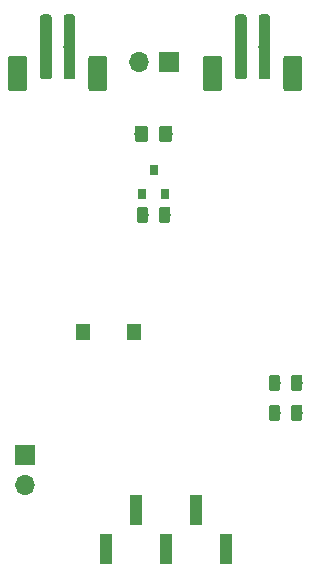
<source format=gbr>
G04 #@! TF.GenerationSoftware,KiCad,Pcbnew,(5.0.1)-4*
G04 #@! TF.CreationDate,2019-11-10T23:47:17+01:00*
G04 #@! TF.ProjectId,rak4260,72616B343236302E6B696361645F7063,0.3*
G04 #@! TF.SameCoordinates,Original*
G04 #@! TF.FileFunction,Paste,Bot*
G04 #@! TF.FilePolarity,Positive*
%FSLAX46Y46*%
G04 Gerber Fmt 4.6, Leading zero omitted, Abs format (unit mm)*
G04 Created by KiCad (PCBNEW (5.0.1)-4) date 10/11/2019 23:47:17*
%MOMM*%
%LPD*%
G01*
G04 APERTURE LIST*
%ADD10C,0.100000*%
%ADD11C,1.000000*%
%ADD12C,1.600000*%
%ADD13R,1.270000X1.470000*%
%ADD14R,0.800000X0.900000*%
%ADD15C,0.975000*%
%ADD16R,1.700000X1.700000*%
%ADD17O,1.700000X1.700000*%
%ADD18C,1.150000*%
%ADD19R,1.000000X2.510000*%
G04 APERTURE END LIST*
D10*
G04 #@! TO.C,J2*
G36*
X122464504Y-43995204D02*
X122488773Y-43998804D01*
X122512571Y-44004765D01*
X122535671Y-44013030D01*
X122557849Y-44023520D01*
X122578893Y-44036133D01*
X122598598Y-44050747D01*
X122616777Y-44067223D01*
X122633253Y-44085402D01*
X122647867Y-44105107D01*
X122660480Y-44126151D01*
X122670970Y-44148329D01*
X122679235Y-44171429D01*
X122685196Y-44195227D01*
X122688796Y-44219496D01*
X122690000Y-44244000D01*
X122690000Y-49244000D01*
X122688796Y-49268504D01*
X122685196Y-49292773D01*
X122679235Y-49316571D01*
X122670970Y-49339671D01*
X122660480Y-49361849D01*
X122647867Y-49382893D01*
X122633253Y-49402598D01*
X122616777Y-49420777D01*
X122598598Y-49437253D01*
X122578893Y-49451867D01*
X122557849Y-49464480D01*
X122535671Y-49474970D01*
X122512571Y-49483235D01*
X122488773Y-49489196D01*
X122464504Y-49492796D01*
X122440000Y-49494000D01*
X121940000Y-49494000D01*
X121915496Y-49492796D01*
X121891227Y-49489196D01*
X121867429Y-49483235D01*
X121844329Y-49474970D01*
X121822151Y-49464480D01*
X121801107Y-49451867D01*
X121781402Y-49437253D01*
X121763223Y-49420777D01*
X121746747Y-49402598D01*
X121732133Y-49382893D01*
X121719520Y-49361849D01*
X121709030Y-49339671D01*
X121700765Y-49316571D01*
X121694804Y-49292773D01*
X121691204Y-49268504D01*
X121690000Y-49244000D01*
X121690000Y-44244000D01*
X121691204Y-44219496D01*
X121694804Y-44195227D01*
X121700765Y-44171429D01*
X121709030Y-44148329D01*
X121719520Y-44126151D01*
X121732133Y-44105107D01*
X121746747Y-44085402D01*
X121763223Y-44067223D01*
X121781402Y-44050747D01*
X121801107Y-44036133D01*
X121822151Y-44023520D01*
X121844329Y-44013030D01*
X121867429Y-44004765D01*
X121891227Y-43998804D01*
X121915496Y-43995204D01*
X121940000Y-43994000D01*
X122440000Y-43994000D01*
X122464504Y-43995204D01*
X122464504Y-43995204D01*
G37*
D11*
X122190000Y-46744000D03*
D10*
G36*
X124464504Y-43995204D02*
X124488773Y-43998804D01*
X124512571Y-44004765D01*
X124535671Y-44013030D01*
X124557849Y-44023520D01*
X124578893Y-44036133D01*
X124598598Y-44050747D01*
X124616777Y-44067223D01*
X124633253Y-44085402D01*
X124647867Y-44105107D01*
X124660480Y-44126151D01*
X124670970Y-44148329D01*
X124679235Y-44171429D01*
X124685196Y-44195227D01*
X124688796Y-44219496D01*
X124690000Y-44244000D01*
X124690000Y-49244000D01*
X124688796Y-49268504D01*
X124685196Y-49292773D01*
X124679235Y-49316571D01*
X124670970Y-49339671D01*
X124660480Y-49361849D01*
X124647867Y-49382893D01*
X124633253Y-49402598D01*
X124616777Y-49420777D01*
X124598598Y-49437253D01*
X124578893Y-49451867D01*
X124557849Y-49464480D01*
X124535671Y-49474970D01*
X124512571Y-49483235D01*
X124488773Y-49489196D01*
X124464504Y-49492796D01*
X124440000Y-49494000D01*
X123940000Y-49494000D01*
X123915496Y-49492796D01*
X123891227Y-49489196D01*
X123867429Y-49483235D01*
X123844329Y-49474970D01*
X123822151Y-49464480D01*
X123801107Y-49451867D01*
X123781402Y-49437253D01*
X123763223Y-49420777D01*
X123746747Y-49402598D01*
X123732133Y-49382893D01*
X123719520Y-49361849D01*
X123709030Y-49339671D01*
X123700765Y-49316571D01*
X123694804Y-49292773D01*
X123691204Y-49268504D01*
X123690000Y-49244000D01*
X123690000Y-44244000D01*
X123691204Y-44219496D01*
X123694804Y-44195227D01*
X123700765Y-44171429D01*
X123709030Y-44148329D01*
X123719520Y-44126151D01*
X123732133Y-44105107D01*
X123746747Y-44085402D01*
X123763223Y-44067223D01*
X123781402Y-44050747D01*
X123801107Y-44036133D01*
X123822151Y-44023520D01*
X123844329Y-44013030D01*
X123867429Y-44004765D01*
X123891227Y-43998804D01*
X123915496Y-43995204D01*
X123940000Y-43994000D01*
X124440000Y-43994000D01*
X124464504Y-43995204D01*
X124464504Y-43995204D01*
G37*
D11*
X124190000Y-46744000D03*
D10*
G36*
X120364504Y-47495204D02*
X120388773Y-47498804D01*
X120412571Y-47504765D01*
X120435671Y-47513030D01*
X120457849Y-47523520D01*
X120478893Y-47536133D01*
X120498598Y-47550747D01*
X120516777Y-47567223D01*
X120533253Y-47585402D01*
X120547867Y-47605107D01*
X120560480Y-47626151D01*
X120570970Y-47648329D01*
X120579235Y-47671429D01*
X120585196Y-47695227D01*
X120588796Y-47719496D01*
X120590000Y-47744000D01*
X120590000Y-50244000D01*
X120588796Y-50268504D01*
X120585196Y-50292773D01*
X120579235Y-50316571D01*
X120570970Y-50339671D01*
X120560480Y-50361849D01*
X120547867Y-50382893D01*
X120533253Y-50402598D01*
X120516777Y-50420777D01*
X120498598Y-50437253D01*
X120478893Y-50451867D01*
X120457849Y-50464480D01*
X120435671Y-50474970D01*
X120412571Y-50483235D01*
X120388773Y-50489196D01*
X120364504Y-50492796D01*
X120340000Y-50494000D01*
X119240000Y-50494000D01*
X119215496Y-50492796D01*
X119191227Y-50489196D01*
X119167429Y-50483235D01*
X119144329Y-50474970D01*
X119122151Y-50464480D01*
X119101107Y-50451867D01*
X119081402Y-50437253D01*
X119063223Y-50420777D01*
X119046747Y-50402598D01*
X119032133Y-50382893D01*
X119019520Y-50361849D01*
X119009030Y-50339671D01*
X119000765Y-50316571D01*
X118994804Y-50292773D01*
X118991204Y-50268504D01*
X118990000Y-50244000D01*
X118990000Y-47744000D01*
X118991204Y-47719496D01*
X118994804Y-47695227D01*
X119000765Y-47671429D01*
X119009030Y-47648329D01*
X119019520Y-47626151D01*
X119032133Y-47605107D01*
X119046747Y-47585402D01*
X119063223Y-47567223D01*
X119081402Y-47550747D01*
X119101107Y-47536133D01*
X119122151Y-47523520D01*
X119144329Y-47513030D01*
X119167429Y-47504765D01*
X119191227Y-47498804D01*
X119215496Y-47495204D01*
X119240000Y-47494000D01*
X120340000Y-47494000D01*
X120364504Y-47495204D01*
X120364504Y-47495204D01*
G37*
D12*
X119790000Y-48994000D03*
D10*
G36*
X127164504Y-47495204D02*
X127188773Y-47498804D01*
X127212571Y-47504765D01*
X127235671Y-47513030D01*
X127257849Y-47523520D01*
X127278893Y-47536133D01*
X127298598Y-47550747D01*
X127316777Y-47567223D01*
X127333253Y-47585402D01*
X127347867Y-47605107D01*
X127360480Y-47626151D01*
X127370970Y-47648329D01*
X127379235Y-47671429D01*
X127385196Y-47695227D01*
X127388796Y-47719496D01*
X127390000Y-47744000D01*
X127390000Y-50244000D01*
X127388796Y-50268504D01*
X127385196Y-50292773D01*
X127379235Y-50316571D01*
X127370970Y-50339671D01*
X127360480Y-50361849D01*
X127347867Y-50382893D01*
X127333253Y-50402598D01*
X127316777Y-50420777D01*
X127298598Y-50437253D01*
X127278893Y-50451867D01*
X127257849Y-50464480D01*
X127235671Y-50474970D01*
X127212571Y-50483235D01*
X127188773Y-50489196D01*
X127164504Y-50492796D01*
X127140000Y-50494000D01*
X126040000Y-50494000D01*
X126015496Y-50492796D01*
X125991227Y-50489196D01*
X125967429Y-50483235D01*
X125944329Y-50474970D01*
X125922151Y-50464480D01*
X125901107Y-50451867D01*
X125881402Y-50437253D01*
X125863223Y-50420777D01*
X125846747Y-50402598D01*
X125832133Y-50382893D01*
X125819520Y-50361849D01*
X125809030Y-50339671D01*
X125800765Y-50316571D01*
X125794804Y-50292773D01*
X125791204Y-50268504D01*
X125790000Y-50244000D01*
X125790000Y-47744000D01*
X125791204Y-47719496D01*
X125794804Y-47695227D01*
X125800765Y-47671429D01*
X125809030Y-47648329D01*
X125819520Y-47626151D01*
X125832133Y-47605107D01*
X125846747Y-47585402D01*
X125863223Y-47567223D01*
X125881402Y-47550747D01*
X125901107Y-47536133D01*
X125922151Y-47523520D01*
X125944329Y-47513030D01*
X125967429Y-47504765D01*
X125991227Y-47498804D01*
X126015496Y-47495204D01*
X126040000Y-47494000D01*
X127140000Y-47494000D01*
X127164504Y-47495204D01*
X127164504Y-47495204D01*
G37*
D12*
X126590000Y-48994000D03*
G04 #@! TD*
D13*
G04 #@! TO.C,D4*
X108848000Y-70866000D03*
X113148000Y-70866000D03*
G04 #@! TD*
D14*
G04 #@! TO.C,Q1*
X115758000Y-59166000D03*
X113858000Y-59166000D03*
X114808000Y-57166000D03*
G04 #@! TD*
D10*
G04 #@! TO.C,R12*
G36*
X114138142Y-60261174D02*
X114161803Y-60264684D01*
X114185007Y-60270496D01*
X114207529Y-60278554D01*
X114229153Y-60288782D01*
X114249670Y-60301079D01*
X114268883Y-60315329D01*
X114286607Y-60331393D01*
X114302671Y-60349117D01*
X114316921Y-60368330D01*
X114329218Y-60388847D01*
X114339446Y-60410471D01*
X114347504Y-60432993D01*
X114353316Y-60456197D01*
X114356826Y-60479858D01*
X114358000Y-60503750D01*
X114358000Y-61416250D01*
X114356826Y-61440142D01*
X114353316Y-61463803D01*
X114347504Y-61487007D01*
X114339446Y-61509529D01*
X114329218Y-61531153D01*
X114316921Y-61551670D01*
X114302671Y-61570883D01*
X114286607Y-61588607D01*
X114268883Y-61604671D01*
X114249670Y-61618921D01*
X114229153Y-61631218D01*
X114207529Y-61641446D01*
X114185007Y-61649504D01*
X114161803Y-61655316D01*
X114138142Y-61658826D01*
X114114250Y-61660000D01*
X113626750Y-61660000D01*
X113602858Y-61658826D01*
X113579197Y-61655316D01*
X113555993Y-61649504D01*
X113533471Y-61641446D01*
X113511847Y-61631218D01*
X113491330Y-61618921D01*
X113472117Y-61604671D01*
X113454393Y-61588607D01*
X113438329Y-61570883D01*
X113424079Y-61551670D01*
X113411782Y-61531153D01*
X113401554Y-61509529D01*
X113393496Y-61487007D01*
X113387684Y-61463803D01*
X113384174Y-61440142D01*
X113383000Y-61416250D01*
X113383000Y-60503750D01*
X113384174Y-60479858D01*
X113387684Y-60456197D01*
X113393496Y-60432993D01*
X113401554Y-60410471D01*
X113411782Y-60388847D01*
X113424079Y-60368330D01*
X113438329Y-60349117D01*
X113454393Y-60331393D01*
X113472117Y-60315329D01*
X113491330Y-60301079D01*
X113511847Y-60288782D01*
X113533471Y-60278554D01*
X113555993Y-60270496D01*
X113579197Y-60264684D01*
X113602858Y-60261174D01*
X113626750Y-60260000D01*
X114114250Y-60260000D01*
X114138142Y-60261174D01*
X114138142Y-60261174D01*
G37*
D15*
X113870500Y-60960000D03*
D10*
G36*
X116013142Y-60261174D02*
X116036803Y-60264684D01*
X116060007Y-60270496D01*
X116082529Y-60278554D01*
X116104153Y-60288782D01*
X116124670Y-60301079D01*
X116143883Y-60315329D01*
X116161607Y-60331393D01*
X116177671Y-60349117D01*
X116191921Y-60368330D01*
X116204218Y-60388847D01*
X116214446Y-60410471D01*
X116222504Y-60432993D01*
X116228316Y-60456197D01*
X116231826Y-60479858D01*
X116233000Y-60503750D01*
X116233000Y-61416250D01*
X116231826Y-61440142D01*
X116228316Y-61463803D01*
X116222504Y-61487007D01*
X116214446Y-61509529D01*
X116204218Y-61531153D01*
X116191921Y-61551670D01*
X116177671Y-61570883D01*
X116161607Y-61588607D01*
X116143883Y-61604671D01*
X116124670Y-61618921D01*
X116104153Y-61631218D01*
X116082529Y-61641446D01*
X116060007Y-61649504D01*
X116036803Y-61655316D01*
X116013142Y-61658826D01*
X115989250Y-61660000D01*
X115501750Y-61660000D01*
X115477858Y-61658826D01*
X115454197Y-61655316D01*
X115430993Y-61649504D01*
X115408471Y-61641446D01*
X115386847Y-61631218D01*
X115366330Y-61618921D01*
X115347117Y-61604671D01*
X115329393Y-61588607D01*
X115313329Y-61570883D01*
X115299079Y-61551670D01*
X115286782Y-61531153D01*
X115276554Y-61509529D01*
X115268496Y-61487007D01*
X115262684Y-61463803D01*
X115259174Y-61440142D01*
X115258000Y-61416250D01*
X115258000Y-60503750D01*
X115259174Y-60479858D01*
X115262684Y-60456197D01*
X115268496Y-60432993D01*
X115276554Y-60410471D01*
X115286782Y-60388847D01*
X115299079Y-60368330D01*
X115313329Y-60349117D01*
X115329393Y-60331393D01*
X115347117Y-60315329D01*
X115366330Y-60301079D01*
X115386847Y-60288782D01*
X115408471Y-60278554D01*
X115430993Y-60270496D01*
X115454197Y-60264684D01*
X115477858Y-60261174D01*
X115501750Y-60260000D01*
X115989250Y-60260000D01*
X116013142Y-60261174D01*
X116013142Y-60261174D01*
G37*
D15*
X115745500Y-60960000D03*
G04 #@! TD*
D10*
G04 #@! TO.C,R13*
G36*
X127189142Y-77025174D02*
X127212803Y-77028684D01*
X127236007Y-77034496D01*
X127258529Y-77042554D01*
X127280153Y-77052782D01*
X127300670Y-77065079D01*
X127319883Y-77079329D01*
X127337607Y-77095393D01*
X127353671Y-77113117D01*
X127367921Y-77132330D01*
X127380218Y-77152847D01*
X127390446Y-77174471D01*
X127398504Y-77196993D01*
X127404316Y-77220197D01*
X127407826Y-77243858D01*
X127409000Y-77267750D01*
X127409000Y-78180250D01*
X127407826Y-78204142D01*
X127404316Y-78227803D01*
X127398504Y-78251007D01*
X127390446Y-78273529D01*
X127380218Y-78295153D01*
X127367921Y-78315670D01*
X127353671Y-78334883D01*
X127337607Y-78352607D01*
X127319883Y-78368671D01*
X127300670Y-78382921D01*
X127280153Y-78395218D01*
X127258529Y-78405446D01*
X127236007Y-78413504D01*
X127212803Y-78419316D01*
X127189142Y-78422826D01*
X127165250Y-78424000D01*
X126677750Y-78424000D01*
X126653858Y-78422826D01*
X126630197Y-78419316D01*
X126606993Y-78413504D01*
X126584471Y-78405446D01*
X126562847Y-78395218D01*
X126542330Y-78382921D01*
X126523117Y-78368671D01*
X126505393Y-78352607D01*
X126489329Y-78334883D01*
X126475079Y-78315670D01*
X126462782Y-78295153D01*
X126452554Y-78273529D01*
X126444496Y-78251007D01*
X126438684Y-78227803D01*
X126435174Y-78204142D01*
X126434000Y-78180250D01*
X126434000Y-77267750D01*
X126435174Y-77243858D01*
X126438684Y-77220197D01*
X126444496Y-77196993D01*
X126452554Y-77174471D01*
X126462782Y-77152847D01*
X126475079Y-77132330D01*
X126489329Y-77113117D01*
X126505393Y-77095393D01*
X126523117Y-77079329D01*
X126542330Y-77065079D01*
X126562847Y-77052782D01*
X126584471Y-77042554D01*
X126606993Y-77034496D01*
X126630197Y-77028684D01*
X126653858Y-77025174D01*
X126677750Y-77024000D01*
X127165250Y-77024000D01*
X127189142Y-77025174D01*
X127189142Y-77025174D01*
G37*
D15*
X126921500Y-77724000D03*
D10*
G36*
X125314142Y-77025174D02*
X125337803Y-77028684D01*
X125361007Y-77034496D01*
X125383529Y-77042554D01*
X125405153Y-77052782D01*
X125425670Y-77065079D01*
X125444883Y-77079329D01*
X125462607Y-77095393D01*
X125478671Y-77113117D01*
X125492921Y-77132330D01*
X125505218Y-77152847D01*
X125515446Y-77174471D01*
X125523504Y-77196993D01*
X125529316Y-77220197D01*
X125532826Y-77243858D01*
X125534000Y-77267750D01*
X125534000Y-78180250D01*
X125532826Y-78204142D01*
X125529316Y-78227803D01*
X125523504Y-78251007D01*
X125515446Y-78273529D01*
X125505218Y-78295153D01*
X125492921Y-78315670D01*
X125478671Y-78334883D01*
X125462607Y-78352607D01*
X125444883Y-78368671D01*
X125425670Y-78382921D01*
X125405153Y-78395218D01*
X125383529Y-78405446D01*
X125361007Y-78413504D01*
X125337803Y-78419316D01*
X125314142Y-78422826D01*
X125290250Y-78424000D01*
X124802750Y-78424000D01*
X124778858Y-78422826D01*
X124755197Y-78419316D01*
X124731993Y-78413504D01*
X124709471Y-78405446D01*
X124687847Y-78395218D01*
X124667330Y-78382921D01*
X124648117Y-78368671D01*
X124630393Y-78352607D01*
X124614329Y-78334883D01*
X124600079Y-78315670D01*
X124587782Y-78295153D01*
X124577554Y-78273529D01*
X124569496Y-78251007D01*
X124563684Y-78227803D01*
X124560174Y-78204142D01*
X124559000Y-78180250D01*
X124559000Y-77267750D01*
X124560174Y-77243858D01*
X124563684Y-77220197D01*
X124569496Y-77196993D01*
X124577554Y-77174471D01*
X124587782Y-77152847D01*
X124600079Y-77132330D01*
X124614329Y-77113117D01*
X124630393Y-77095393D01*
X124648117Y-77079329D01*
X124667330Y-77065079D01*
X124687847Y-77052782D01*
X124709471Y-77042554D01*
X124731993Y-77034496D01*
X124755197Y-77028684D01*
X124778858Y-77025174D01*
X124802750Y-77024000D01*
X125290250Y-77024000D01*
X125314142Y-77025174D01*
X125314142Y-77025174D01*
G37*
D15*
X125046500Y-77724000D03*
G04 #@! TD*
D10*
G04 #@! TO.C,R14*
G36*
X127189142Y-74485174D02*
X127212803Y-74488684D01*
X127236007Y-74494496D01*
X127258529Y-74502554D01*
X127280153Y-74512782D01*
X127300670Y-74525079D01*
X127319883Y-74539329D01*
X127337607Y-74555393D01*
X127353671Y-74573117D01*
X127367921Y-74592330D01*
X127380218Y-74612847D01*
X127390446Y-74634471D01*
X127398504Y-74656993D01*
X127404316Y-74680197D01*
X127407826Y-74703858D01*
X127409000Y-74727750D01*
X127409000Y-75640250D01*
X127407826Y-75664142D01*
X127404316Y-75687803D01*
X127398504Y-75711007D01*
X127390446Y-75733529D01*
X127380218Y-75755153D01*
X127367921Y-75775670D01*
X127353671Y-75794883D01*
X127337607Y-75812607D01*
X127319883Y-75828671D01*
X127300670Y-75842921D01*
X127280153Y-75855218D01*
X127258529Y-75865446D01*
X127236007Y-75873504D01*
X127212803Y-75879316D01*
X127189142Y-75882826D01*
X127165250Y-75884000D01*
X126677750Y-75884000D01*
X126653858Y-75882826D01*
X126630197Y-75879316D01*
X126606993Y-75873504D01*
X126584471Y-75865446D01*
X126562847Y-75855218D01*
X126542330Y-75842921D01*
X126523117Y-75828671D01*
X126505393Y-75812607D01*
X126489329Y-75794883D01*
X126475079Y-75775670D01*
X126462782Y-75755153D01*
X126452554Y-75733529D01*
X126444496Y-75711007D01*
X126438684Y-75687803D01*
X126435174Y-75664142D01*
X126434000Y-75640250D01*
X126434000Y-74727750D01*
X126435174Y-74703858D01*
X126438684Y-74680197D01*
X126444496Y-74656993D01*
X126452554Y-74634471D01*
X126462782Y-74612847D01*
X126475079Y-74592330D01*
X126489329Y-74573117D01*
X126505393Y-74555393D01*
X126523117Y-74539329D01*
X126542330Y-74525079D01*
X126562847Y-74512782D01*
X126584471Y-74502554D01*
X126606993Y-74494496D01*
X126630197Y-74488684D01*
X126653858Y-74485174D01*
X126677750Y-74484000D01*
X127165250Y-74484000D01*
X127189142Y-74485174D01*
X127189142Y-74485174D01*
G37*
D15*
X126921500Y-75184000D03*
D10*
G36*
X125314142Y-74485174D02*
X125337803Y-74488684D01*
X125361007Y-74494496D01*
X125383529Y-74502554D01*
X125405153Y-74512782D01*
X125425670Y-74525079D01*
X125444883Y-74539329D01*
X125462607Y-74555393D01*
X125478671Y-74573117D01*
X125492921Y-74592330D01*
X125505218Y-74612847D01*
X125515446Y-74634471D01*
X125523504Y-74656993D01*
X125529316Y-74680197D01*
X125532826Y-74703858D01*
X125534000Y-74727750D01*
X125534000Y-75640250D01*
X125532826Y-75664142D01*
X125529316Y-75687803D01*
X125523504Y-75711007D01*
X125515446Y-75733529D01*
X125505218Y-75755153D01*
X125492921Y-75775670D01*
X125478671Y-75794883D01*
X125462607Y-75812607D01*
X125444883Y-75828671D01*
X125425670Y-75842921D01*
X125405153Y-75855218D01*
X125383529Y-75865446D01*
X125361007Y-75873504D01*
X125337803Y-75879316D01*
X125314142Y-75882826D01*
X125290250Y-75884000D01*
X124802750Y-75884000D01*
X124778858Y-75882826D01*
X124755197Y-75879316D01*
X124731993Y-75873504D01*
X124709471Y-75865446D01*
X124687847Y-75855218D01*
X124667330Y-75842921D01*
X124648117Y-75828671D01*
X124630393Y-75812607D01*
X124614329Y-75794883D01*
X124600079Y-75775670D01*
X124587782Y-75755153D01*
X124577554Y-75733529D01*
X124569496Y-75711007D01*
X124563684Y-75687803D01*
X124560174Y-75664142D01*
X124559000Y-75640250D01*
X124559000Y-74727750D01*
X124560174Y-74703858D01*
X124563684Y-74680197D01*
X124569496Y-74656993D01*
X124577554Y-74634471D01*
X124587782Y-74612847D01*
X124600079Y-74592330D01*
X124614329Y-74573117D01*
X124630393Y-74555393D01*
X124648117Y-74539329D01*
X124667330Y-74525079D01*
X124687847Y-74512782D01*
X124709471Y-74502554D01*
X124731993Y-74494496D01*
X124755197Y-74488684D01*
X124778858Y-74485174D01*
X124802750Y-74484000D01*
X125290250Y-74484000D01*
X125314142Y-74485174D01*
X125314142Y-74485174D01*
G37*
D15*
X125046500Y-75184000D03*
G04 #@! TD*
D10*
G04 #@! TO.C,SC1*
G36*
X105954504Y-43995204D02*
X105978773Y-43998804D01*
X106002571Y-44004765D01*
X106025671Y-44013030D01*
X106047849Y-44023520D01*
X106068893Y-44036133D01*
X106088598Y-44050747D01*
X106106777Y-44067223D01*
X106123253Y-44085402D01*
X106137867Y-44105107D01*
X106150480Y-44126151D01*
X106160970Y-44148329D01*
X106169235Y-44171429D01*
X106175196Y-44195227D01*
X106178796Y-44219496D01*
X106180000Y-44244000D01*
X106180000Y-49244000D01*
X106178796Y-49268504D01*
X106175196Y-49292773D01*
X106169235Y-49316571D01*
X106160970Y-49339671D01*
X106150480Y-49361849D01*
X106137867Y-49382893D01*
X106123253Y-49402598D01*
X106106777Y-49420777D01*
X106088598Y-49437253D01*
X106068893Y-49451867D01*
X106047849Y-49464480D01*
X106025671Y-49474970D01*
X106002571Y-49483235D01*
X105978773Y-49489196D01*
X105954504Y-49492796D01*
X105930000Y-49494000D01*
X105430000Y-49494000D01*
X105405496Y-49492796D01*
X105381227Y-49489196D01*
X105357429Y-49483235D01*
X105334329Y-49474970D01*
X105312151Y-49464480D01*
X105291107Y-49451867D01*
X105271402Y-49437253D01*
X105253223Y-49420777D01*
X105236747Y-49402598D01*
X105222133Y-49382893D01*
X105209520Y-49361849D01*
X105199030Y-49339671D01*
X105190765Y-49316571D01*
X105184804Y-49292773D01*
X105181204Y-49268504D01*
X105180000Y-49244000D01*
X105180000Y-44244000D01*
X105181204Y-44219496D01*
X105184804Y-44195227D01*
X105190765Y-44171429D01*
X105199030Y-44148329D01*
X105209520Y-44126151D01*
X105222133Y-44105107D01*
X105236747Y-44085402D01*
X105253223Y-44067223D01*
X105271402Y-44050747D01*
X105291107Y-44036133D01*
X105312151Y-44023520D01*
X105334329Y-44013030D01*
X105357429Y-44004765D01*
X105381227Y-43998804D01*
X105405496Y-43995204D01*
X105430000Y-43994000D01*
X105930000Y-43994000D01*
X105954504Y-43995204D01*
X105954504Y-43995204D01*
G37*
D11*
X105680000Y-46744000D03*
D10*
G36*
X107954504Y-43995204D02*
X107978773Y-43998804D01*
X108002571Y-44004765D01*
X108025671Y-44013030D01*
X108047849Y-44023520D01*
X108068893Y-44036133D01*
X108088598Y-44050747D01*
X108106777Y-44067223D01*
X108123253Y-44085402D01*
X108137867Y-44105107D01*
X108150480Y-44126151D01*
X108160970Y-44148329D01*
X108169235Y-44171429D01*
X108175196Y-44195227D01*
X108178796Y-44219496D01*
X108180000Y-44244000D01*
X108180000Y-49244000D01*
X108178796Y-49268504D01*
X108175196Y-49292773D01*
X108169235Y-49316571D01*
X108160970Y-49339671D01*
X108150480Y-49361849D01*
X108137867Y-49382893D01*
X108123253Y-49402598D01*
X108106777Y-49420777D01*
X108088598Y-49437253D01*
X108068893Y-49451867D01*
X108047849Y-49464480D01*
X108025671Y-49474970D01*
X108002571Y-49483235D01*
X107978773Y-49489196D01*
X107954504Y-49492796D01*
X107930000Y-49494000D01*
X107430000Y-49494000D01*
X107405496Y-49492796D01*
X107381227Y-49489196D01*
X107357429Y-49483235D01*
X107334329Y-49474970D01*
X107312151Y-49464480D01*
X107291107Y-49451867D01*
X107271402Y-49437253D01*
X107253223Y-49420777D01*
X107236747Y-49402598D01*
X107222133Y-49382893D01*
X107209520Y-49361849D01*
X107199030Y-49339671D01*
X107190765Y-49316571D01*
X107184804Y-49292773D01*
X107181204Y-49268504D01*
X107180000Y-49244000D01*
X107180000Y-44244000D01*
X107181204Y-44219496D01*
X107184804Y-44195227D01*
X107190765Y-44171429D01*
X107199030Y-44148329D01*
X107209520Y-44126151D01*
X107222133Y-44105107D01*
X107236747Y-44085402D01*
X107253223Y-44067223D01*
X107271402Y-44050747D01*
X107291107Y-44036133D01*
X107312151Y-44023520D01*
X107334329Y-44013030D01*
X107357429Y-44004765D01*
X107381227Y-43998804D01*
X107405496Y-43995204D01*
X107430000Y-43994000D01*
X107930000Y-43994000D01*
X107954504Y-43995204D01*
X107954504Y-43995204D01*
G37*
D11*
X107680000Y-46744000D03*
D10*
G36*
X103854504Y-47495204D02*
X103878773Y-47498804D01*
X103902571Y-47504765D01*
X103925671Y-47513030D01*
X103947849Y-47523520D01*
X103968893Y-47536133D01*
X103988598Y-47550747D01*
X104006777Y-47567223D01*
X104023253Y-47585402D01*
X104037867Y-47605107D01*
X104050480Y-47626151D01*
X104060970Y-47648329D01*
X104069235Y-47671429D01*
X104075196Y-47695227D01*
X104078796Y-47719496D01*
X104080000Y-47744000D01*
X104080000Y-50244000D01*
X104078796Y-50268504D01*
X104075196Y-50292773D01*
X104069235Y-50316571D01*
X104060970Y-50339671D01*
X104050480Y-50361849D01*
X104037867Y-50382893D01*
X104023253Y-50402598D01*
X104006777Y-50420777D01*
X103988598Y-50437253D01*
X103968893Y-50451867D01*
X103947849Y-50464480D01*
X103925671Y-50474970D01*
X103902571Y-50483235D01*
X103878773Y-50489196D01*
X103854504Y-50492796D01*
X103830000Y-50494000D01*
X102730000Y-50494000D01*
X102705496Y-50492796D01*
X102681227Y-50489196D01*
X102657429Y-50483235D01*
X102634329Y-50474970D01*
X102612151Y-50464480D01*
X102591107Y-50451867D01*
X102571402Y-50437253D01*
X102553223Y-50420777D01*
X102536747Y-50402598D01*
X102522133Y-50382893D01*
X102509520Y-50361849D01*
X102499030Y-50339671D01*
X102490765Y-50316571D01*
X102484804Y-50292773D01*
X102481204Y-50268504D01*
X102480000Y-50244000D01*
X102480000Y-47744000D01*
X102481204Y-47719496D01*
X102484804Y-47695227D01*
X102490765Y-47671429D01*
X102499030Y-47648329D01*
X102509520Y-47626151D01*
X102522133Y-47605107D01*
X102536747Y-47585402D01*
X102553223Y-47567223D01*
X102571402Y-47550747D01*
X102591107Y-47536133D01*
X102612151Y-47523520D01*
X102634329Y-47513030D01*
X102657429Y-47504765D01*
X102681227Y-47498804D01*
X102705496Y-47495204D01*
X102730000Y-47494000D01*
X103830000Y-47494000D01*
X103854504Y-47495204D01*
X103854504Y-47495204D01*
G37*
D12*
X103280000Y-48994000D03*
D10*
G36*
X110654504Y-47495204D02*
X110678773Y-47498804D01*
X110702571Y-47504765D01*
X110725671Y-47513030D01*
X110747849Y-47523520D01*
X110768893Y-47536133D01*
X110788598Y-47550747D01*
X110806777Y-47567223D01*
X110823253Y-47585402D01*
X110837867Y-47605107D01*
X110850480Y-47626151D01*
X110860970Y-47648329D01*
X110869235Y-47671429D01*
X110875196Y-47695227D01*
X110878796Y-47719496D01*
X110880000Y-47744000D01*
X110880000Y-50244000D01*
X110878796Y-50268504D01*
X110875196Y-50292773D01*
X110869235Y-50316571D01*
X110860970Y-50339671D01*
X110850480Y-50361849D01*
X110837867Y-50382893D01*
X110823253Y-50402598D01*
X110806777Y-50420777D01*
X110788598Y-50437253D01*
X110768893Y-50451867D01*
X110747849Y-50464480D01*
X110725671Y-50474970D01*
X110702571Y-50483235D01*
X110678773Y-50489196D01*
X110654504Y-50492796D01*
X110630000Y-50494000D01*
X109530000Y-50494000D01*
X109505496Y-50492796D01*
X109481227Y-50489196D01*
X109457429Y-50483235D01*
X109434329Y-50474970D01*
X109412151Y-50464480D01*
X109391107Y-50451867D01*
X109371402Y-50437253D01*
X109353223Y-50420777D01*
X109336747Y-50402598D01*
X109322133Y-50382893D01*
X109309520Y-50361849D01*
X109299030Y-50339671D01*
X109290765Y-50316571D01*
X109284804Y-50292773D01*
X109281204Y-50268504D01*
X109280000Y-50244000D01*
X109280000Y-47744000D01*
X109281204Y-47719496D01*
X109284804Y-47695227D01*
X109290765Y-47671429D01*
X109299030Y-47648329D01*
X109309520Y-47626151D01*
X109322133Y-47605107D01*
X109336747Y-47585402D01*
X109353223Y-47567223D01*
X109371402Y-47550747D01*
X109391107Y-47536133D01*
X109412151Y-47523520D01*
X109434329Y-47513030D01*
X109457429Y-47504765D01*
X109481227Y-47498804D01*
X109505496Y-47495204D01*
X109530000Y-47494000D01*
X110630000Y-47494000D01*
X110654504Y-47495204D01*
X110654504Y-47495204D01*
G37*
D12*
X110080000Y-48994000D03*
G04 #@! TD*
D16*
G04 #@! TO.C,J4*
X116078000Y-48006000D03*
D17*
X113538000Y-48006000D03*
G04 #@! TD*
D10*
G04 #@! TO.C,D5*
G36*
X114123505Y-53403204D02*
X114147773Y-53406804D01*
X114171572Y-53412765D01*
X114194671Y-53421030D01*
X114216850Y-53431520D01*
X114237893Y-53444132D01*
X114257599Y-53458747D01*
X114275777Y-53475223D01*
X114292253Y-53493401D01*
X114306868Y-53513107D01*
X114319480Y-53534150D01*
X114329970Y-53556329D01*
X114338235Y-53579428D01*
X114344196Y-53603227D01*
X114347796Y-53627495D01*
X114349000Y-53651999D01*
X114349000Y-54552001D01*
X114347796Y-54576505D01*
X114344196Y-54600773D01*
X114338235Y-54624572D01*
X114329970Y-54647671D01*
X114319480Y-54669850D01*
X114306868Y-54690893D01*
X114292253Y-54710599D01*
X114275777Y-54728777D01*
X114257599Y-54745253D01*
X114237893Y-54759868D01*
X114216850Y-54772480D01*
X114194671Y-54782970D01*
X114171572Y-54791235D01*
X114147773Y-54797196D01*
X114123505Y-54800796D01*
X114099001Y-54802000D01*
X113448999Y-54802000D01*
X113424495Y-54800796D01*
X113400227Y-54797196D01*
X113376428Y-54791235D01*
X113353329Y-54782970D01*
X113331150Y-54772480D01*
X113310107Y-54759868D01*
X113290401Y-54745253D01*
X113272223Y-54728777D01*
X113255747Y-54710599D01*
X113241132Y-54690893D01*
X113228520Y-54669850D01*
X113218030Y-54647671D01*
X113209765Y-54624572D01*
X113203804Y-54600773D01*
X113200204Y-54576505D01*
X113199000Y-54552001D01*
X113199000Y-53651999D01*
X113200204Y-53627495D01*
X113203804Y-53603227D01*
X113209765Y-53579428D01*
X113218030Y-53556329D01*
X113228520Y-53534150D01*
X113241132Y-53513107D01*
X113255747Y-53493401D01*
X113272223Y-53475223D01*
X113290401Y-53458747D01*
X113310107Y-53444132D01*
X113331150Y-53431520D01*
X113353329Y-53421030D01*
X113376428Y-53412765D01*
X113400227Y-53406804D01*
X113424495Y-53403204D01*
X113448999Y-53402000D01*
X114099001Y-53402000D01*
X114123505Y-53403204D01*
X114123505Y-53403204D01*
G37*
D18*
X113774000Y-54102000D03*
D10*
G36*
X116173505Y-53403204D02*
X116197773Y-53406804D01*
X116221572Y-53412765D01*
X116244671Y-53421030D01*
X116266850Y-53431520D01*
X116287893Y-53444132D01*
X116307599Y-53458747D01*
X116325777Y-53475223D01*
X116342253Y-53493401D01*
X116356868Y-53513107D01*
X116369480Y-53534150D01*
X116379970Y-53556329D01*
X116388235Y-53579428D01*
X116394196Y-53603227D01*
X116397796Y-53627495D01*
X116399000Y-53651999D01*
X116399000Y-54552001D01*
X116397796Y-54576505D01*
X116394196Y-54600773D01*
X116388235Y-54624572D01*
X116379970Y-54647671D01*
X116369480Y-54669850D01*
X116356868Y-54690893D01*
X116342253Y-54710599D01*
X116325777Y-54728777D01*
X116307599Y-54745253D01*
X116287893Y-54759868D01*
X116266850Y-54772480D01*
X116244671Y-54782970D01*
X116221572Y-54791235D01*
X116197773Y-54797196D01*
X116173505Y-54800796D01*
X116149001Y-54802000D01*
X115498999Y-54802000D01*
X115474495Y-54800796D01*
X115450227Y-54797196D01*
X115426428Y-54791235D01*
X115403329Y-54782970D01*
X115381150Y-54772480D01*
X115360107Y-54759868D01*
X115340401Y-54745253D01*
X115322223Y-54728777D01*
X115305747Y-54710599D01*
X115291132Y-54690893D01*
X115278520Y-54669850D01*
X115268030Y-54647671D01*
X115259765Y-54624572D01*
X115253804Y-54600773D01*
X115250204Y-54576505D01*
X115249000Y-54552001D01*
X115249000Y-53651999D01*
X115250204Y-53627495D01*
X115253804Y-53603227D01*
X115259765Y-53579428D01*
X115268030Y-53556329D01*
X115278520Y-53534150D01*
X115291132Y-53513107D01*
X115305747Y-53493401D01*
X115322223Y-53475223D01*
X115340401Y-53458747D01*
X115360107Y-53444132D01*
X115381150Y-53431520D01*
X115403329Y-53421030D01*
X115426428Y-53412765D01*
X115450227Y-53406804D01*
X115474495Y-53403204D01*
X115498999Y-53402000D01*
X116149001Y-53402000D01*
X116173505Y-53403204D01*
X116173505Y-53403204D01*
G37*
D18*
X115824000Y-54102000D03*
G04 #@! TD*
D19*
G04 #@! TO.C,J3*
X113284000Y-85975000D03*
X118364000Y-85975000D03*
X110744000Y-89285000D03*
X115824000Y-89285000D03*
X120904000Y-89285000D03*
G04 #@! TD*
D16*
G04 #@! TO.C,SW3*
X103886000Y-81280000D03*
D17*
X103886000Y-83820000D03*
G04 #@! TD*
M02*

</source>
